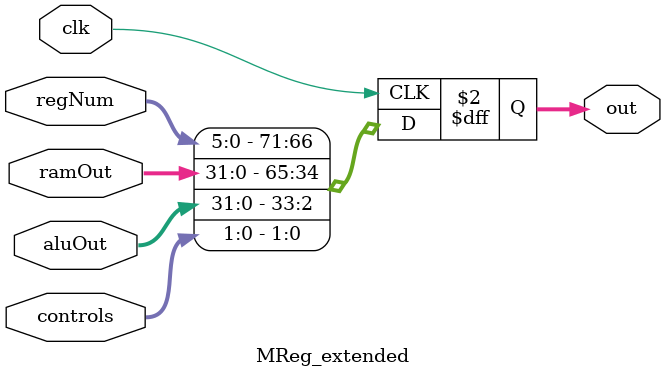
<source format=v>
module MReg_extended(
	input [1:0]controls,
	input [31:0]ramOut,
	input [31:0]aluOut,
	input [5:0]regNum,
	input clk,
	output reg [71:0]out);

	always @(negedge clk) begin
		out<={regNum, ramOut, aluOut, controls};
	end

endmodule
</source>
